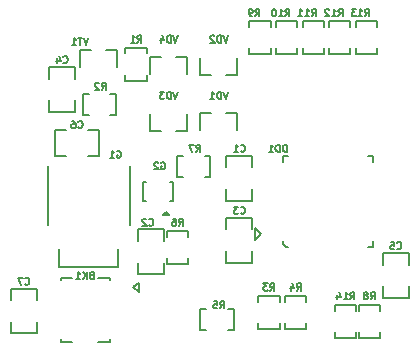
<source format=gbr>
G04 #@! TF.GenerationSoftware,KiCad,Pcbnew,(5.1.4)-1*
G04 #@! TF.CreationDate,2021-02-16T23:36:19+03:00*
G04 #@! TF.ProjectId,NAB_A,4e41425f-412e-46b6-9963-61645f706362,rev?*
G04 #@! TF.SameCoordinates,Original*
G04 #@! TF.FileFunction,Legend,Bot*
G04 #@! TF.FilePolarity,Positive*
%FSLAX46Y46*%
G04 Gerber Fmt 4.6, Leading zero omitted, Abs format (unit mm)*
G04 Created by KiCad (PCBNEW (5.1.4)-1) date 2021-02-16 23:36:19*
%MOMM*%
%LPD*%
G04 APERTURE LIST*
%ADD10C,0.150000*%
G04 APERTURE END LIST*
D10*
X235650000Y-68050000D02*
X235650000Y-67550000D01*
X233850000Y-68050000D02*
X233850000Y-67550000D01*
X233850000Y-68050000D02*
X235650000Y-68050000D01*
X235650000Y-65250000D02*
X235650000Y-65750000D01*
X233850000Y-65250000D02*
X235650000Y-65250000D01*
X233850000Y-65250000D02*
X233850000Y-65750000D01*
X231600000Y-65200000D02*
X231600000Y-65700000D01*
X233400000Y-65200000D02*
X233400000Y-65700000D01*
X233400000Y-65200000D02*
X231600000Y-65200000D01*
X231600000Y-68000000D02*
X231600000Y-67500000D01*
X233400000Y-68000000D02*
X231600000Y-68000000D01*
X233400000Y-68000000D02*
X233400000Y-67500000D01*
X219630000Y-44390000D02*
X219630000Y-45850000D01*
X216470000Y-44390000D02*
X216470000Y-45850000D01*
X219630000Y-44390000D02*
X218700000Y-44390000D01*
X216470000Y-44390000D02*
X217400000Y-44390000D01*
X219550000Y-48100000D02*
X219050000Y-48100000D01*
X219550000Y-49900000D02*
X219050000Y-49900000D01*
X219550000Y-49900000D02*
X219550000Y-48100000D01*
X216750000Y-48100000D02*
X217250000Y-48100000D01*
X216750000Y-49900000D02*
X216750000Y-48100000D01*
X216750000Y-49900000D02*
X217250000Y-49900000D01*
X220350000Y-44200000D02*
X220350000Y-44700000D01*
X222150000Y-44200000D02*
X222150000Y-44700000D01*
X222150000Y-44200000D02*
X220350000Y-44200000D01*
X220350000Y-47000000D02*
X220350000Y-46500000D01*
X222150000Y-47000000D02*
X220350000Y-47000000D01*
X222150000Y-47000000D02*
X222150000Y-46500000D01*
X241900000Y-68800000D02*
X241900000Y-68300000D01*
X240100000Y-68800000D02*
X240100000Y-68300000D01*
X240100000Y-68800000D02*
X241900000Y-68800000D01*
X241900000Y-66000000D02*
X241900000Y-66500000D01*
X240100000Y-66000000D02*
X241900000Y-66000000D01*
X240100000Y-66000000D02*
X240100000Y-66500000D01*
X239900000Y-68800000D02*
X239900000Y-68300000D01*
X238100000Y-68800000D02*
X238100000Y-68300000D01*
X238100000Y-68800000D02*
X239900000Y-68800000D01*
X239900000Y-66000000D02*
X239900000Y-66500000D01*
X238100000Y-66000000D02*
X239900000Y-66000000D01*
X238100000Y-66000000D02*
X238100000Y-66500000D01*
X221506000Y-64905000D02*
X221506000Y-64105000D01*
X221006000Y-64505000D02*
X221506000Y-64905000D01*
X221006000Y-64505000D02*
X221506000Y-64105000D01*
X219056000Y-63705000D02*
X218056000Y-63705000D01*
X219056000Y-63905000D02*
X219056000Y-63705000D01*
X214856000Y-63705000D02*
X215856000Y-63705000D01*
X214856000Y-63905000D02*
X214856000Y-63705000D01*
X214856000Y-69105000D02*
X215856000Y-69105000D01*
X214856000Y-68905000D02*
X214856000Y-69105000D01*
X219056000Y-69105000D02*
X218056000Y-69105000D01*
X219056000Y-68905000D02*
X219056000Y-69105000D01*
X227550000Y-53350000D02*
X227050000Y-53350000D01*
X227550000Y-55150000D02*
X227050000Y-55150000D01*
X227550000Y-55150000D02*
X227550000Y-53350000D01*
X224750000Y-53350000D02*
X225250000Y-53350000D01*
X224750000Y-55150000D02*
X224750000Y-53350000D01*
X224750000Y-55150000D02*
X225250000Y-55150000D01*
X226700000Y-68150000D02*
X227200000Y-68150000D01*
X226700000Y-66350000D02*
X227200000Y-66350000D01*
X226700000Y-66350000D02*
X226700000Y-68150000D01*
X229500000Y-68150000D02*
X229000000Y-68150000D01*
X229500000Y-66350000D02*
X229500000Y-68150000D01*
X229500000Y-66350000D02*
X229000000Y-66350000D01*
X212850000Y-64600000D02*
X210650000Y-64600000D01*
X210650000Y-68400000D02*
X212850000Y-68400000D01*
X212850000Y-64600000D02*
X212850000Y-65600000D01*
X212850000Y-68400000D02*
X212850000Y-67400000D01*
X210650000Y-68400000D02*
X210650000Y-67400000D01*
X210650000Y-64600000D02*
X210650000Y-65600000D01*
X244350000Y-61600000D02*
X242150000Y-61600000D01*
X242150000Y-65400000D02*
X244350000Y-65400000D01*
X244350000Y-61600000D02*
X244350000Y-62600000D01*
X244350000Y-65400000D02*
X244350000Y-64400000D01*
X242150000Y-65400000D02*
X242150000Y-64400000D01*
X242150000Y-61600000D02*
X242150000Y-62600000D01*
X231100000Y-58600000D02*
X228900000Y-58600000D01*
X228900000Y-62400000D02*
X231100000Y-62400000D01*
X231100000Y-58600000D02*
X231100000Y-59600000D01*
X231100000Y-62400000D02*
X231100000Y-61400000D01*
X228900000Y-62400000D02*
X228900000Y-61400000D01*
X228900000Y-58600000D02*
X228900000Y-59600000D01*
X228900000Y-57150000D02*
X231100000Y-57150000D01*
X231100000Y-53350000D02*
X228900000Y-53350000D01*
X228900000Y-57150000D02*
X228900000Y-56150000D01*
X228900000Y-53350000D02*
X228900000Y-54350000D01*
X231100000Y-53350000D02*
X231100000Y-54350000D01*
X231100000Y-57150000D02*
X231100000Y-56150000D01*
X225580000Y-44990001D02*
X225580000Y-46450001D01*
X222420000Y-44990001D02*
X222420000Y-46450001D01*
X225580000Y-44990001D02*
X224650000Y-44990001D01*
X222420000Y-44990001D02*
X223350000Y-44990001D01*
X222420000Y-51260000D02*
X222420000Y-49800000D01*
X225580000Y-51260000D02*
X225580000Y-49800000D01*
X222420000Y-51260000D02*
X223350000Y-51260000D01*
X225580000Y-51260000D02*
X224650000Y-51260000D01*
X226670000Y-46510000D02*
X226670000Y-45050000D01*
X229830000Y-46510000D02*
X229830000Y-45050000D01*
X226670000Y-46510000D02*
X227600000Y-46510000D01*
X229830000Y-46510000D02*
X228900000Y-46510000D01*
X229830000Y-49740000D02*
X229830000Y-51200000D01*
X226670000Y-49740000D02*
X226670000Y-51200000D01*
X229830000Y-49740000D02*
X228900000Y-49740000D01*
X226670000Y-49740000D02*
X227600000Y-49740000D01*
X218150000Y-53350000D02*
X218150000Y-51150000D01*
X214350000Y-51150000D02*
X214350000Y-53350000D01*
X218150000Y-53350000D02*
X217150000Y-53350000D01*
X214350000Y-53350000D02*
X215350000Y-53350000D01*
X214350000Y-51150000D02*
X215350000Y-51150000D01*
X218150000Y-51150000D02*
X217150000Y-51150000D01*
X213900000Y-49650000D02*
X216100000Y-49650000D01*
X216100000Y-45850000D02*
X213900000Y-45850000D01*
X213900000Y-49650000D02*
X213900000Y-48650000D01*
X213900000Y-45850000D02*
X213900000Y-46850000D01*
X216100000Y-45850000D02*
X216100000Y-46850000D01*
X216100000Y-49650000D02*
X216100000Y-48650000D01*
X223600000Y-59600000D02*
X221400000Y-59600000D01*
X221400000Y-63400000D02*
X223600000Y-63400000D01*
X223600000Y-59600000D02*
X223600000Y-60600000D01*
X223600000Y-63400000D02*
X223600000Y-62400000D01*
X221400000Y-63400000D02*
X221400000Y-62400000D01*
X221400000Y-59600000D02*
X221400000Y-60600000D01*
X223850000Y-59700000D02*
X223850000Y-60200000D01*
X225650000Y-59700000D02*
X225650000Y-60200000D01*
X225650000Y-59700000D02*
X223850000Y-59700000D01*
X223850000Y-62500000D02*
X223850000Y-62000000D01*
X225650000Y-62500000D02*
X223850000Y-62500000D01*
X225650000Y-62500000D02*
X225650000Y-62000000D01*
X220750000Y-59250000D02*
X220750000Y-54250000D01*
X213750000Y-59250000D02*
X213750000Y-54250000D01*
X214750000Y-62750000D02*
X214750000Y-61250000D01*
X219750000Y-61250000D02*
X219750000Y-62750000D01*
X214750000Y-62750000D02*
X219750000Y-62750000D01*
X239862563Y-41937437D02*
X239862563Y-42437437D01*
X241662563Y-41937437D02*
X241662563Y-42437437D01*
X241662563Y-41937437D02*
X239862563Y-41937437D01*
X239862563Y-44737437D02*
X239862563Y-44237437D01*
X241662563Y-44737437D02*
X239862563Y-44737437D01*
X241662563Y-44737437D02*
X241662563Y-44237437D01*
X237600000Y-41950000D02*
X237600000Y-42450000D01*
X239400000Y-41950000D02*
X239400000Y-42450000D01*
X239400000Y-41950000D02*
X237600000Y-41950000D01*
X237600000Y-44750000D02*
X237600000Y-44250000D01*
X239400000Y-44750000D02*
X237600000Y-44750000D01*
X239400000Y-44750000D02*
X239400000Y-44250000D01*
X235350000Y-41950000D02*
X235350000Y-42450000D01*
X237150000Y-41950000D02*
X237150000Y-42450000D01*
X237150000Y-41950000D02*
X235350000Y-41950000D01*
X235350000Y-44750000D02*
X235350000Y-44250000D01*
X237150000Y-44750000D02*
X235350000Y-44750000D01*
X237150000Y-44750000D02*
X237150000Y-44250000D01*
X233100000Y-41950000D02*
X233100000Y-42450000D01*
X234900000Y-41950000D02*
X234900000Y-42450000D01*
X234900000Y-41950000D02*
X233100000Y-41950000D01*
X233100000Y-44750000D02*
X233100000Y-44250000D01*
X234900000Y-44750000D02*
X233100000Y-44750000D01*
X234900000Y-44750000D02*
X234900000Y-44250000D01*
X230850000Y-41950000D02*
X230850000Y-42450000D01*
X232650000Y-41950000D02*
X232650000Y-42450000D01*
X232650000Y-41950000D02*
X230850000Y-41950000D01*
X230850000Y-44750000D02*
X230850000Y-44250000D01*
X232650000Y-44750000D02*
X230850000Y-44750000D01*
X232650000Y-44750000D02*
X232650000Y-44250000D01*
X223750000Y-58100000D02*
X224000000Y-58350000D01*
X221850000Y-55550000D02*
X221850000Y-57150000D01*
X221850000Y-57150000D02*
X222100000Y-57150000D01*
X222100000Y-55550000D02*
X221850000Y-55550000D01*
X224350000Y-55550000D02*
X224100000Y-55550000D01*
X224350000Y-57150000D02*
X224350000Y-55550000D01*
X224100000Y-57150000D02*
X224350000Y-57150000D01*
X223500000Y-58350000D02*
X224000000Y-58350000D01*
X223750000Y-58100000D02*
X223500000Y-58350000D01*
X223750000Y-58100000D02*
X223750000Y-58350000D01*
X231300000Y-60500000D02*
X231300000Y-59500000D01*
X231300000Y-60500000D02*
X231800000Y-60000000D01*
X231800000Y-60000000D02*
X231300000Y-59500000D01*
X233950000Y-61100000D02*
X234150000Y-61100000D01*
X233650000Y-60800000D02*
X233650000Y-60600000D01*
X241350000Y-61100000D02*
X240850000Y-61100000D01*
X241350000Y-61100000D02*
X241350000Y-60600000D01*
X241350000Y-53350000D02*
X241350000Y-53850000D01*
X241350000Y-53350000D02*
X240850000Y-53350000D01*
X233650000Y-53350000D02*
X233650000Y-53850000D01*
X233650000Y-53350000D02*
X234150000Y-53350000D01*
X233650000Y-60800000D02*
X233950000Y-61100000D01*
X234850000Y-64771428D02*
X235050000Y-64485714D01*
X235192857Y-64771428D02*
X235192857Y-64171428D01*
X234964285Y-64171428D01*
X234907142Y-64200000D01*
X234878571Y-64228571D01*
X234850000Y-64285714D01*
X234850000Y-64371428D01*
X234878571Y-64428571D01*
X234907142Y-64457142D01*
X234964285Y-64485714D01*
X235192857Y-64485714D01*
X234335714Y-64371428D02*
X234335714Y-64771428D01*
X234478571Y-64142857D02*
X234621428Y-64571428D01*
X234250000Y-64571428D01*
X232600000Y-64771428D02*
X232800000Y-64485714D01*
X232942857Y-64771428D02*
X232942857Y-64171428D01*
X232714285Y-64171428D01*
X232657142Y-64200000D01*
X232628571Y-64228571D01*
X232600000Y-64285714D01*
X232600000Y-64371428D01*
X232628571Y-64428571D01*
X232657142Y-64457142D01*
X232714285Y-64485714D01*
X232942857Y-64485714D01*
X232400000Y-64171428D02*
X232028571Y-64171428D01*
X232228571Y-64400000D01*
X232142857Y-64400000D01*
X232085714Y-64428571D01*
X232057142Y-64457142D01*
X232028571Y-64514285D01*
X232028571Y-64657142D01*
X232057142Y-64714285D01*
X232085714Y-64742857D01*
X232142857Y-64771428D01*
X232314285Y-64771428D01*
X232371428Y-64742857D01*
X232400000Y-64714285D01*
X217214285Y-43421428D02*
X217014285Y-44021428D01*
X216814285Y-43421428D01*
X216700000Y-43421428D02*
X216357142Y-43421428D01*
X216528571Y-44021428D02*
X216528571Y-43421428D01*
X215842857Y-44021428D02*
X216185714Y-44021428D01*
X216014285Y-44021428D02*
X216014285Y-43421428D01*
X216071428Y-43507142D01*
X216128571Y-43564285D01*
X216185714Y-43592857D01*
X218350000Y-47771428D02*
X218550000Y-47485714D01*
X218692857Y-47771428D02*
X218692857Y-47171428D01*
X218464285Y-47171428D01*
X218407142Y-47200000D01*
X218378571Y-47228571D01*
X218350000Y-47285714D01*
X218350000Y-47371428D01*
X218378571Y-47428571D01*
X218407142Y-47457142D01*
X218464285Y-47485714D01*
X218692857Y-47485714D01*
X218121428Y-47228571D02*
X218092857Y-47200000D01*
X218035714Y-47171428D01*
X217892857Y-47171428D01*
X217835714Y-47200000D01*
X217807142Y-47228571D01*
X217778571Y-47285714D01*
X217778571Y-47342857D01*
X217807142Y-47428571D01*
X218150000Y-47771428D01*
X217778571Y-47771428D01*
X221350000Y-43771428D02*
X221550000Y-43485714D01*
X221692857Y-43771428D02*
X221692857Y-43171428D01*
X221464285Y-43171428D01*
X221407142Y-43200000D01*
X221378571Y-43228571D01*
X221350000Y-43285714D01*
X221350000Y-43371428D01*
X221378571Y-43428571D01*
X221407142Y-43457142D01*
X221464285Y-43485714D01*
X221692857Y-43485714D01*
X220778571Y-43771428D02*
X221121428Y-43771428D01*
X220950000Y-43771428D02*
X220950000Y-43171428D01*
X221007142Y-43257142D01*
X221064285Y-43314285D01*
X221121428Y-43342857D01*
X241100000Y-65521428D02*
X241300000Y-65235714D01*
X241442857Y-65521428D02*
X241442857Y-64921428D01*
X241214285Y-64921428D01*
X241157142Y-64950000D01*
X241128571Y-64978571D01*
X241100000Y-65035714D01*
X241100000Y-65121428D01*
X241128571Y-65178571D01*
X241157142Y-65207142D01*
X241214285Y-65235714D01*
X241442857Y-65235714D01*
X240757142Y-65178571D02*
X240814285Y-65150000D01*
X240842857Y-65121428D01*
X240871428Y-65064285D01*
X240871428Y-65035714D01*
X240842857Y-64978571D01*
X240814285Y-64950000D01*
X240757142Y-64921428D01*
X240642857Y-64921428D01*
X240585714Y-64950000D01*
X240557142Y-64978571D01*
X240528571Y-65035714D01*
X240528571Y-65064285D01*
X240557142Y-65121428D01*
X240585714Y-65150000D01*
X240642857Y-65178571D01*
X240757142Y-65178571D01*
X240814285Y-65207142D01*
X240842857Y-65235714D01*
X240871428Y-65292857D01*
X240871428Y-65407142D01*
X240842857Y-65464285D01*
X240814285Y-65492857D01*
X240757142Y-65521428D01*
X240642857Y-65521428D01*
X240585714Y-65492857D01*
X240557142Y-65464285D01*
X240528571Y-65407142D01*
X240528571Y-65292857D01*
X240557142Y-65235714D01*
X240585714Y-65207142D01*
X240642857Y-65178571D01*
X239385714Y-65521428D02*
X239585714Y-65235714D01*
X239728571Y-65521428D02*
X239728571Y-64921428D01*
X239500000Y-64921428D01*
X239442857Y-64950000D01*
X239414285Y-64978571D01*
X239385714Y-65035714D01*
X239385714Y-65121428D01*
X239414285Y-65178571D01*
X239442857Y-65207142D01*
X239500000Y-65235714D01*
X239728571Y-65235714D01*
X238814285Y-65521428D02*
X239157142Y-65521428D01*
X238985714Y-65521428D02*
X238985714Y-64921428D01*
X239042857Y-65007142D01*
X239100000Y-65064285D01*
X239157142Y-65092857D01*
X238300000Y-65121428D02*
X238300000Y-65521428D01*
X238442857Y-64892857D02*
X238585714Y-65321428D01*
X238214285Y-65321428D01*
X217498857Y-63457142D02*
X217413142Y-63485714D01*
X217384571Y-63514285D01*
X217356000Y-63571428D01*
X217356000Y-63657142D01*
X217384571Y-63714285D01*
X217413142Y-63742857D01*
X217470285Y-63771428D01*
X217698857Y-63771428D01*
X217698857Y-63171428D01*
X217498857Y-63171428D01*
X217441714Y-63200000D01*
X217413142Y-63228571D01*
X217384571Y-63285714D01*
X217384571Y-63342857D01*
X217413142Y-63400000D01*
X217441714Y-63428571D01*
X217498857Y-63457142D01*
X217698857Y-63457142D01*
X217098857Y-63771428D02*
X217098857Y-63171428D01*
X216756000Y-63771428D02*
X217013142Y-63428571D01*
X216756000Y-63171428D02*
X217098857Y-63514285D01*
X216184571Y-63771428D02*
X216527428Y-63771428D01*
X216356000Y-63771428D02*
X216356000Y-63171428D01*
X216413142Y-63257142D01*
X216470285Y-63314285D01*
X216527428Y-63342857D01*
X226350000Y-53021428D02*
X226550000Y-52735714D01*
X226692857Y-53021428D02*
X226692857Y-52421428D01*
X226464285Y-52421428D01*
X226407142Y-52450000D01*
X226378571Y-52478571D01*
X226350000Y-52535714D01*
X226350000Y-52621428D01*
X226378571Y-52678571D01*
X226407142Y-52707142D01*
X226464285Y-52735714D01*
X226692857Y-52735714D01*
X226150000Y-52421428D02*
X225750000Y-52421428D01*
X226007142Y-53021428D01*
X228350000Y-66271428D02*
X228550000Y-65985714D01*
X228692857Y-66271428D02*
X228692857Y-65671428D01*
X228464285Y-65671428D01*
X228407142Y-65700000D01*
X228378571Y-65728571D01*
X228350000Y-65785714D01*
X228350000Y-65871428D01*
X228378571Y-65928571D01*
X228407142Y-65957142D01*
X228464285Y-65985714D01*
X228692857Y-65985714D01*
X227807142Y-65671428D02*
X228092857Y-65671428D01*
X228121428Y-65957142D01*
X228092857Y-65928571D01*
X228035714Y-65900000D01*
X227892857Y-65900000D01*
X227835714Y-65928571D01*
X227807142Y-65957142D01*
X227778571Y-66014285D01*
X227778571Y-66157142D01*
X227807142Y-66214285D01*
X227835714Y-66242857D01*
X227892857Y-66271428D01*
X228035714Y-66271428D01*
X228092857Y-66242857D01*
X228121428Y-66214285D01*
X211850000Y-64214285D02*
X211878571Y-64242857D01*
X211964285Y-64271428D01*
X212021428Y-64271428D01*
X212107142Y-64242857D01*
X212164285Y-64185714D01*
X212192857Y-64128571D01*
X212221428Y-64014285D01*
X212221428Y-63928571D01*
X212192857Y-63814285D01*
X212164285Y-63757142D01*
X212107142Y-63700000D01*
X212021428Y-63671428D01*
X211964285Y-63671428D01*
X211878571Y-63700000D01*
X211850000Y-63728571D01*
X211650000Y-63671428D02*
X211250000Y-63671428D01*
X211507142Y-64271428D01*
X243350000Y-61214285D02*
X243378571Y-61242857D01*
X243464285Y-61271428D01*
X243521428Y-61271428D01*
X243607142Y-61242857D01*
X243664285Y-61185714D01*
X243692857Y-61128571D01*
X243721428Y-61014285D01*
X243721428Y-60928571D01*
X243692857Y-60814285D01*
X243664285Y-60757142D01*
X243607142Y-60700000D01*
X243521428Y-60671428D01*
X243464285Y-60671428D01*
X243378571Y-60700000D01*
X243350000Y-60728571D01*
X242807142Y-60671428D02*
X243092857Y-60671428D01*
X243121428Y-60957142D01*
X243092857Y-60928571D01*
X243035714Y-60900000D01*
X242892857Y-60900000D01*
X242835714Y-60928571D01*
X242807142Y-60957142D01*
X242778571Y-61014285D01*
X242778571Y-61157142D01*
X242807142Y-61214285D01*
X242835714Y-61242857D01*
X242892857Y-61271428D01*
X243035714Y-61271428D01*
X243092857Y-61242857D01*
X243121428Y-61214285D01*
X230100000Y-58214285D02*
X230128571Y-58242857D01*
X230214285Y-58271428D01*
X230271428Y-58271428D01*
X230357142Y-58242857D01*
X230414285Y-58185714D01*
X230442857Y-58128571D01*
X230471428Y-58014285D01*
X230471428Y-57928571D01*
X230442857Y-57814285D01*
X230414285Y-57757142D01*
X230357142Y-57700000D01*
X230271428Y-57671428D01*
X230214285Y-57671428D01*
X230128571Y-57700000D01*
X230100000Y-57728571D01*
X229900000Y-57671428D02*
X229528571Y-57671428D01*
X229728571Y-57900000D01*
X229642857Y-57900000D01*
X229585714Y-57928571D01*
X229557142Y-57957142D01*
X229528571Y-58014285D01*
X229528571Y-58157142D01*
X229557142Y-58214285D01*
X229585714Y-58242857D01*
X229642857Y-58271428D01*
X229814285Y-58271428D01*
X229871428Y-58242857D01*
X229900000Y-58214285D01*
X230100000Y-52964285D02*
X230128571Y-52992857D01*
X230214285Y-53021428D01*
X230271428Y-53021428D01*
X230357142Y-52992857D01*
X230414285Y-52935714D01*
X230442857Y-52878571D01*
X230471428Y-52764285D01*
X230471428Y-52678571D01*
X230442857Y-52564285D01*
X230414285Y-52507142D01*
X230357142Y-52450000D01*
X230271428Y-52421428D01*
X230214285Y-52421428D01*
X230128571Y-52450000D01*
X230100000Y-52478571D01*
X229528571Y-53021428D02*
X229871428Y-53021428D01*
X229700000Y-53021428D02*
X229700000Y-52421428D01*
X229757142Y-52507142D01*
X229814285Y-52564285D01*
X229871428Y-52592857D01*
X224785714Y-43171428D02*
X224585714Y-43771428D01*
X224385714Y-43171428D01*
X224185714Y-43771428D02*
X224185714Y-43171428D01*
X224042857Y-43171428D01*
X223957142Y-43200000D01*
X223900000Y-43257142D01*
X223871428Y-43314285D01*
X223842857Y-43428571D01*
X223842857Y-43514285D01*
X223871428Y-43628571D01*
X223900000Y-43685714D01*
X223957142Y-43742857D01*
X224042857Y-43771428D01*
X224185714Y-43771428D01*
X223328571Y-43371428D02*
X223328571Y-43771428D01*
X223471428Y-43142857D02*
X223614285Y-43571428D01*
X223242857Y-43571428D01*
X224785714Y-47921428D02*
X224585714Y-48521428D01*
X224385714Y-47921428D01*
X224185714Y-48521428D02*
X224185714Y-47921428D01*
X224042857Y-47921428D01*
X223957142Y-47950000D01*
X223900000Y-48007142D01*
X223871428Y-48064285D01*
X223842857Y-48178571D01*
X223842857Y-48264285D01*
X223871428Y-48378571D01*
X223900000Y-48435714D01*
X223957142Y-48492857D01*
X224042857Y-48521428D01*
X224185714Y-48521428D01*
X223642857Y-47921428D02*
X223271428Y-47921428D01*
X223471428Y-48150000D01*
X223385714Y-48150000D01*
X223328571Y-48178571D01*
X223300000Y-48207142D01*
X223271428Y-48264285D01*
X223271428Y-48407142D01*
X223300000Y-48464285D01*
X223328571Y-48492857D01*
X223385714Y-48521428D01*
X223557142Y-48521428D01*
X223614285Y-48492857D01*
X223642857Y-48464285D01*
X229035714Y-43171428D02*
X228835714Y-43771428D01*
X228635714Y-43171428D01*
X228435714Y-43771428D02*
X228435714Y-43171428D01*
X228292857Y-43171428D01*
X228207142Y-43200000D01*
X228150000Y-43257142D01*
X228121428Y-43314285D01*
X228092857Y-43428571D01*
X228092857Y-43514285D01*
X228121428Y-43628571D01*
X228150000Y-43685714D01*
X228207142Y-43742857D01*
X228292857Y-43771428D01*
X228435714Y-43771428D01*
X227864285Y-43228571D02*
X227835714Y-43200000D01*
X227778571Y-43171428D01*
X227635714Y-43171428D01*
X227578571Y-43200000D01*
X227550000Y-43228571D01*
X227521428Y-43285714D01*
X227521428Y-43342857D01*
X227550000Y-43428571D01*
X227892857Y-43771428D01*
X227521428Y-43771428D01*
X229035714Y-47921428D02*
X228835714Y-48521428D01*
X228635714Y-47921428D01*
X228435714Y-48521428D02*
X228435714Y-47921428D01*
X228292857Y-47921428D01*
X228207142Y-47950000D01*
X228150000Y-48007142D01*
X228121428Y-48064285D01*
X228092857Y-48178571D01*
X228092857Y-48264285D01*
X228121428Y-48378571D01*
X228150000Y-48435714D01*
X228207142Y-48492857D01*
X228292857Y-48521428D01*
X228435714Y-48521428D01*
X227521428Y-48521428D02*
X227864285Y-48521428D01*
X227692857Y-48521428D02*
X227692857Y-47921428D01*
X227750000Y-48007142D01*
X227807142Y-48064285D01*
X227864285Y-48092857D01*
X216350000Y-50964285D02*
X216378571Y-50992857D01*
X216464285Y-51021428D01*
X216521428Y-51021428D01*
X216607142Y-50992857D01*
X216664285Y-50935714D01*
X216692857Y-50878571D01*
X216721428Y-50764285D01*
X216721428Y-50678571D01*
X216692857Y-50564285D01*
X216664285Y-50507142D01*
X216607142Y-50450000D01*
X216521428Y-50421428D01*
X216464285Y-50421428D01*
X216378571Y-50450000D01*
X216350000Y-50478571D01*
X215835714Y-50421428D02*
X215950000Y-50421428D01*
X216007142Y-50450000D01*
X216035714Y-50478571D01*
X216092857Y-50564285D01*
X216121428Y-50678571D01*
X216121428Y-50907142D01*
X216092857Y-50964285D01*
X216064285Y-50992857D01*
X216007142Y-51021428D01*
X215892857Y-51021428D01*
X215835714Y-50992857D01*
X215807142Y-50964285D01*
X215778571Y-50907142D01*
X215778571Y-50764285D01*
X215807142Y-50707142D01*
X215835714Y-50678571D01*
X215892857Y-50650000D01*
X216007142Y-50650000D01*
X216064285Y-50678571D01*
X216092857Y-50707142D01*
X216121428Y-50764285D01*
X215100000Y-45464285D02*
X215128571Y-45492857D01*
X215214285Y-45521428D01*
X215271428Y-45521428D01*
X215357142Y-45492857D01*
X215414285Y-45435714D01*
X215442857Y-45378571D01*
X215471428Y-45264285D01*
X215471428Y-45178571D01*
X215442857Y-45064285D01*
X215414285Y-45007142D01*
X215357142Y-44950000D01*
X215271428Y-44921428D01*
X215214285Y-44921428D01*
X215128571Y-44950000D01*
X215100000Y-44978571D01*
X214585714Y-45121428D02*
X214585714Y-45521428D01*
X214728571Y-44892857D02*
X214871428Y-45321428D01*
X214500000Y-45321428D01*
X222350000Y-59214285D02*
X222378571Y-59242857D01*
X222464285Y-59271428D01*
X222521428Y-59271428D01*
X222607142Y-59242857D01*
X222664285Y-59185714D01*
X222692857Y-59128571D01*
X222721428Y-59014285D01*
X222721428Y-58928571D01*
X222692857Y-58814285D01*
X222664285Y-58757142D01*
X222607142Y-58700000D01*
X222521428Y-58671428D01*
X222464285Y-58671428D01*
X222378571Y-58700000D01*
X222350000Y-58728571D01*
X222121428Y-58728571D02*
X222092857Y-58700000D01*
X222035714Y-58671428D01*
X221892857Y-58671428D01*
X221835714Y-58700000D01*
X221807142Y-58728571D01*
X221778571Y-58785714D01*
X221778571Y-58842857D01*
X221807142Y-58928571D01*
X222150000Y-59271428D01*
X221778571Y-59271428D01*
X224850000Y-59271428D02*
X225050000Y-58985714D01*
X225192857Y-59271428D02*
X225192857Y-58671428D01*
X224964285Y-58671428D01*
X224907142Y-58700000D01*
X224878571Y-58728571D01*
X224850000Y-58785714D01*
X224850000Y-58871428D01*
X224878571Y-58928571D01*
X224907142Y-58957142D01*
X224964285Y-58985714D01*
X225192857Y-58985714D01*
X224335714Y-58671428D02*
X224450000Y-58671428D01*
X224507142Y-58700000D01*
X224535714Y-58728571D01*
X224592857Y-58814285D01*
X224621428Y-58928571D01*
X224621428Y-59157142D01*
X224592857Y-59214285D01*
X224564285Y-59242857D01*
X224507142Y-59271428D01*
X224392857Y-59271428D01*
X224335714Y-59242857D01*
X224307142Y-59214285D01*
X224278571Y-59157142D01*
X224278571Y-59014285D01*
X224307142Y-58957142D01*
X224335714Y-58928571D01*
X224392857Y-58900000D01*
X224507142Y-58900000D01*
X224564285Y-58928571D01*
X224592857Y-58957142D01*
X224621428Y-59014285D01*
X219628571Y-52950000D02*
X219685714Y-52921428D01*
X219771428Y-52921428D01*
X219857142Y-52950000D01*
X219914285Y-53007142D01*
X219942857Y-53064285D01*
X219971428Y-53178571D01*
X219971428Y-53264285D01*
X219942857Y-53378571D01*
X219914285Y-53435714D01*
X219857142Y-53492857D01*
X219771428Y-53521428D01*
X219714285Y-53521428D01*
X219628571Y-53492857D01*
X219600000Y-53464285D01*
X219600000Y-53264285D01*
X219714285Y-53264285D01*
X219028571Y-53521428D02*
X219371428Y-53521428D01*
X219200000Y-53521428D02*
X219200000Y-52921428D01*
X219257142Y-53007142D01*
X219314285Y-53064285D01*
X219371428Y-53092857D01*
X240635714Y-41521428D02*
X240835714Y-41235714D01*
X240978571Y-41521428D02*
X240978571Y-40921428D01*
X240750000Y-40921428D01*
X240692857Y-40950000D01*
X240664285Y-40978571D01*
X240635714Y-41035714D01*
X240635714Y-41121428D01*
X240664285Y-41178571D01*
X240692857Y-41207142D01*
X240750000Y-41235714D01*
X240978571Y-41235714D01*
X240064285Y-41521428D02*
X240407142Y-41521428D01*
X240235714Y-41521428D02*
X240235714Y-40921428D01*
X240292857Y-41007142D01*
X240350000Y-41064285D01*
X240407142Y-41092857D01*
X239864285Y-40921428D02*
X239492857Y-40921428D01*
X239692857Y-41150000D01*
X239607142Y-41150000D01*
X239550000Y-41178571D01*
X239521428Y-41207142D01*
X239492857Y-41264285D01*
X239492857Y-41407142D01*
X239521428Y-41464285D01*
X239550000Y-41492857D01*
X239607142Y-41521428D01*
X239778571Y-41521428D01*
X239835714Y-41492857D01*
X239864285Y-41464285D01*
X238385714Y-41521428D02*
X238585714Y-41235714D01*
X238728571Y-41521428D02*
X238728571Y-40921428D01*
X238500000Y-40921428D01*
X238442857Y-40950000D01*
X238414285Y-40978571D01*
X238385714Y-41035714D01*
X238385714Y-41121428D01*
X238414285Y-41178571D01*
X238442857Y-41207142D01*
X238500000Y-41235714D01*
X238728571Y-41235714D01*
X237814285Y-41521428D02*
X238157142Y-41521428D01*
X237985714Y-41521428D02*
X237985714Y-40921428D01*
X238042857Y-41007142D01*
X238100000Y-41064285D01*
X238157142Y-41092857D01*
X237585714Y-40978571D02*
X237557142Y-40950000D01*
X237500000Y-40921428D01*
X237357142Y-40921428D01*
X237300000Y-40950000D01*
X237271428Y-40978571D01*
X237242857Y-41035714D01*
X237242857Y-41092857D01*
X237271428Y-41178571D01*
X237614285Y-41521428D01*
X237242857Y-41521428D01*
X236135714Y-41521428D02*
X236335714Y-41235714D01*
X236478571Y-41521428D02*
X236478571Y-40921428D01*
X236250000Y-40921428D01*
X236192857Y-40950000D01*
X236164285Y-40978571D01*
X236135714Y-41035714D01*
X236135714Y-41121428D01*
X236164285Y-41178571D01*
X236192857Y-41207142D01*
X236250000Y-41235714D01*
X236478571Y-41235714D01*
X235564285Y-41521428D02*
X235907142Y-41521428D01*
X235735714Y-41521428D02*
X235735714Y-40921428D01*
X235792857Y-41007142D01*
X235850000Y-41064285D01*
X235907142Y-41092857D01*
X234992857Y-41521428D02*
X235335714Y-41521428D01*
X235164285Y-41521428D02*
X235164285Y-40921428D01*
X235221428Y-41007142D01*
X235278571Y-41064285D01*
X235335714Y-41092857D01*
X233885714Y-41521428D02*
X234085714Y-41235714D01*
X234228571Y-41521428D02*
X234228571Y-40921428D01*
X234000000Y-40921428D01*
X233942857Y-40950000D01*
X233914285Y-40978571D01*
X233885714Y-41035714D01*
X233885714Y-41121428D01*
X233914285Y-41178571D01*
X233942857Y-41207142D01*
X234000000Y-41235714D01*
X234228571Y-41235714D01*
X233314285Y-41521428D02*
X233657142Y-41521428D01*
X233485714Y-41521428D02*
X233485714Y-40921428D01*
X233542857Y-41007142D01*
X233600000Y-41064285D01*
X233657142Y-41092857D01*
X232942857Y-40921428D02*
X232885714Y-40921428D01*
X232828571Y-40950000D01*
X232800000Y-40978571D01*
X232771428Y-41035714D01*
X232742857Y-41150000D01*
X232742857Y-41292857D01*
X232771428Y-41407142D01*
X232800000Y-41464285D01*
X232828571Y-41492857D01*
X232885714Y-41521428D01*
X232942857Y-41521428D01*
X233000000Y-41492857D01*
X233028571Y-41464285D01*
X233057142Y-41407142D01*
X233085714Y-41292857D01*
X233085714Y-41150000D01*
X233057142Y-41035714D01*
X233028571Y-40978571D01*
X233000000Y-40950000D01*
X232942857Y-40921428D01*
X231350000Y-41521428D02*
X231550000Y-41235714D01*
X231692857Y-41521428D02*
X231692857Y-40921428D01*
X231464285Y-40921428D01*
X231407142Y-40950000D01*
X231378571Y-40978571D01*
X231350000Y-41035714D01*
X231350000Y-41121428D01*
X231378571Y-41178571D01*
X231407142Y-41207142D01*
X231464285Y-41235714D01*
X231692857Y-41235714D01*
X231064285Y-41521428D02*
X230950000Y-41521428D01*
X230892857Y-41492857D01*
X230864285Y-41464285D01*
X230807142Y-41378571D01*
X230778571Y-41264285D01*
X230778571Y-41035714D01*
X230807142Y-40978571D01*
X230835714Y-40950000D01*
X230892857Y-40921428D01*
X231007142Y-40921428D01*
X231064285Y-40950000D01*
X231092857Y-40978571D01*
X231121428Y-41035714D01*
X231121428Y-41178571D01*
X231092857Y-41235714D01*
X231064285Y-41264285D01*
X231007142Y-41292857D01*
X230892857Y-41292857D01*
X230835714Y-41264285D01*
X230807142Y-41235714D01*
X230778571Y-41178571D01*
X223378571Y-53950000D02*
X223435714Y-53921428D01*
X223521428Y-53921428D01*
X223607142Y-53950000D01*
X223664285Y-54007142D01*
X223692857Y-54064285D01*
X223721428Y-54178571D01*
X223721428Y-54264285D01*
X223692857Y-54378571D01*
X223664285Y-54435714D01*
X223607142Y-54492857D01*
X223521428Y-54521428D01*
X223464285Y-54521428D01*
X223378571Y-54492857D01*
X223350000Y-54464285D01*
X223350000Y-54264285D01*
X223464285Y-54264285D01*
X223121428Y-53978571D02*
X223092857Y-53950000D01*
X223035714Y-53921428D01*
X222892857Y-53921428D01*
X222835714Y-53950000D01*
X222807142Y-53978571D01*
X222778571Y-54035714D01*
X222778571Y-54092857D01*
X222807142Y-54178571D01*
X223150000Y-54521428D01*
X222778571Y-54521428D01*
X233992857Y-53021428D02*
X233992857Y-52421428D01*
X233850000Y-52421428D01*
X233764285Y-52450000D01*
X233707142Y-52507142D01*
X233678571Y-52564285D01*
X233650000Y-52678571D01*
X233650000Y-52764285D01*
X233678571Y-52878571D01*
X233707142Y-52935714D01*
X233764285Y-52992857D01*
X233850000Y-53021428D01*
X233992857Y-53021428D01*
X233392857Y-53021428D02*
X233392857Y-52421428D01*
X233250000Y-52421428D01*
X233164285Y-52450000D01*
X233107142Y-52507142D01*
X233078571Y-52564285D01*
X233050000Y-52678571D01*
X233050000Y-52764285D01*
X233078571Y-52878571D01*
X233107142Y-52935714D01*
X233164285Y-52992857D01*
X233250000Y-53021428D01*
X233392857Y-53021428D01*
X232478571Y-53021428D02*
X232821428Y-53021428D01*
X232650000Y-53021428D02*
X232650000Y-52421428D01*
X232707142Y-52507142D01*
X232764285Y-52564285D01*
X232821428Y-52592857D01*
M02*

</source>
